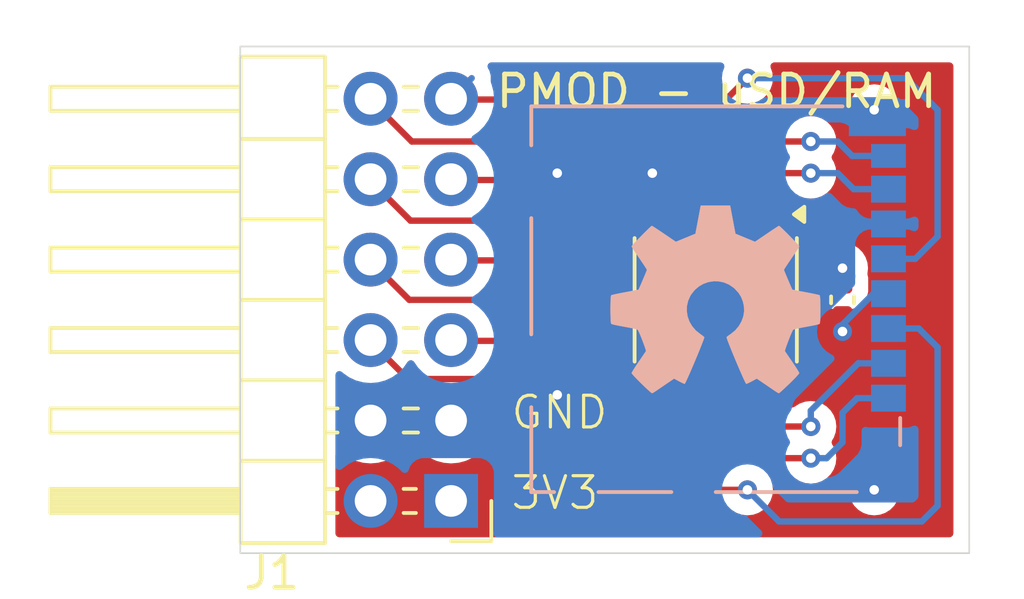
<source format=kicad_pcb>
(kicad_pcb (version 20240108) (generator "pcbnew") (generator_version "8.0")
  (layers (0 "F.Cu" signal) (31 "B.Cu" signal) (34 "B.Paste" user) (35 "F.Paste" user) (36 "B.SilkS" user "B.Silkscreen") (37 "F.SilkS" user "F.Silkscreen") (38 "B.Mask" user) (39 "F.Mask" user) (44 "Edge.Cuts" user))
  (net 0 "")
  (net 1 "GND")
  (net 2 "+3.3V")
  (net 3 "/SIO3")
  (net 4 "/SD_CLK")
  (net 5 "/SIO0")
  (net 6 "/SD_CMD")
  (net 7 "/RAM_CE_B")
  (net 8 "/SIO1")
  (net 9 "/SIO2")
  (net 10 "/RAM_CLK")
  (footprint "Connector_PinHeader_2.54mm:PinHeader_2x06_P2.54mm_Horizontal" (layer "F.Cu") (at 155.65 106.35 180)
    (property "Reference" "J1" (at 5.655 -2.27 180) (layer "F.SilkS"))
    (property "Value" "Conn_02x06_Odd_Even")
    (fp_line (start 12.64 13.08) (end 6.64 13.08) (stroke (width 0.12)) (layer "F.SilkS"))
    (fp_line (start 12.64 12.32) (end 12.64 13.08) (stroke (width 0.12)) (layer "F.SilkS"))
    (fp_line (start 12.64 10.54) (end 6.64 10.54) (stroke (width 0.12)) (layer "F.SilkS"))
    (fp_line (start 12.64 9.78) (end 12.64 10.54) (stroke (width 0.12)) (layer "F.SilkS"))
    (fp_line (start 12.64 8) (end 6.64 8) (stroke (width 0.12)) (layer "F.SilkS"))
    (fp_line (start 12.64 7.24) (end 12.64 8) (stroke (width 0.12)) (layer "F.SilkS"))
    (fp_line (start 12.64 5.46) (end 6.64 5.46) (stroke (width 0.12)) (layer "F.SilkS"))
    (fp_line (start 12.64 4.7) (end 12.64 5.46) (stroke (width 0.12)) (layer "F.SilkS"))
    (fp_line (start 12.64 2.92) (end 6.64 2.92) (stroke (width 0.12)) (layer "F.SilkS"))
    (fp_line (start 12.64 2.16) (end 12.64 2.92) (stroke (width 0.12)) (layer "F.SilkS"))
    (fp_line (start 12.64 0.38) (end 6.64 0.38) (stroke (width 0.12)) (layer "F.SilkS"))
    (fp_line (start 12.64 -0.38) (end 12.64 0.38) (stroke (width 0.12)) (layer "F.SilkS"))
    (fp_line (start 6.64 14.03) (end 6.64 -1.33) (stroke (width 0.12)) (layer "F.SilkS"))
    (fp_line (start 6.64 12.32) (end 12.64 12.32) (stroke (width 0.12)) (layer "F.SilkS"))
    (fp_line (start 6.64 9.78) (end 12.64 9.78) (stroke (width 0.12)) (layer "F.SilkS"))
    (fp_line (start 6.64 7.24) (end 12.64 7.24) (stroke (width 0.12)) (layer "F.SilkS"))
    (fp_line (start 6.64 4.7) (end 12.64 4.7) (stroke (width 0.12)) (layer "F.SilkS"))
    (fp_line (start 6.64 2.16) (end 12.64 2.16) (stroke (width 0.12)) (layer "F.SilkS"))
    (fp_line (start 6.64 0.28) (end 12.64 0.28) (stroke (width 0.12)) (layer "F.SilkS"))
    (fp_line (start 6.64 0.16) (end 12.64 0.16) (stroke (width 0.12)) (layer "F.SilkS"))
    (fp_line (start 6.64 0.04) (end 12.64 0.04) (stroke (width 0.12)) (layer "F.SilkS"))
    (fp_line (start 6.64 -0.08) (end 12.64 -0.08) (stroke (width 0.12)) (layer "F.SilkS"))
    (fp_line (start 6.64 -0.2) (end 12.64 -0.2) (stroke (width 0.12)) (layer "F.SilkS"))
    (fp_line (start 6.64 -0.32) (end 12.64 -0.32) (stroke (width 0.12)) (layer "F.SilkS"))
    (fp_line (start 6.64 -0.38) (end 12.64 -0.38) (stroke (width 0.12)) (layer "F.SilkS"))
    (fp_line (start 6.64 -1.33) (end 3.98 -1.33) (stroke (width 0.12)) (layer "F.SilkS"))
    (fp_line (start 3.98 14.03) (end 6.64 14.03) (stroke (width 0.12)) (layer "F.SilkS"))
    (fp_line (start 3.98 11.43) (end 6.64 11.43) (stroke (width 0.12)) (layer "F.SilkS"))
    (fp_line (start 3.98 8.89) (end 6.64 8.89) (stroke (width 0.12)) (layer "F.SilkS"))
    (fp_line (start 3.98 6.35) (end 6.64 6.35) (stroke (width 0.12)) (layer "F.SilkS"))
    (fp_line (start 3.98 3.81) (end 6.64 3.81) (stroke (width 0.12)) (layer "F.SilkS"))
    (fp_line (start 3.98 1.27) (end 6.64 1.27) (stroke (width 0.12)) (layer "F.SilkS"))
    (fp_line (start 3.98 -1.33) (end 3.98 14.03) (stroke (width 0.12)) (layer "F.SilkS"))
    (fp_line (start 3.582929 13.08) (end 3.98 13.08) (stroke (width 0.12)) (layer "F.SilkS"))
    (fp_line (start 3.582929 12.32) (end 3.98 12.32) (stroke (width 0.12)) (layer "F.SilkS"))
    (fp_line (start 3.582929 10.54) (end 3.98 10.54) (stroke (width 0.12)) (layer "F.SilkS"))
    (fp_line (start 3.582929 9.78) (end 3.98 9.78) (stroke (width 0.12)) (layer "F.SilkS"))
    (fp_line (start 3.582929 8) (end 3.98 8) (stroke (width 0.12)) (layer "F.SilkS"))
    (fp_line (start 3.582929 7.24) (end 3.98 7.24) (stroke (width 0.12)) (layer "F.SilkS"))
    (fp_line (start 3.582929 5.46) (end 3.98 5.46) (stroke (width 0.12)) (layer "F.SilkS"))
    (fp_line (start 3.582929 4.7) (end 3.98 4.7) (stroke (width 0.12)) (layer "F.SilkS"))
    (fp_line (start 3.582929 2.92) (end 3.98 2.92) (stroke (width 0.12)) (layer "F.SilkS"))
    (fp_line (start 3.582929 2.16) (end 3.98 2.16) (stroke (width 0.12)) (layer "F.SilkS"))
    (fp_line (start 3.582929 0.38) (end 3.98 0.38) (stroke (width 0.12)) (layer "F.SilkS"))
    (fp_line (start 3.582929 -0.38) (end 3.98 -0.38) (stroke (width 0.12)) (layer "F.SilkS"))
    (fp_line (start 1.11 0.38) (end 1.497071 0.38) (stroke (width 0.12)) (layer "F.SilkS"))
    (fp_line (start 1.11 -0.38) (end 1.497071 -0.38) (stroke (width 0.12)) (layer "F.SilkS"))
    (fp_line (start 1.042929 13.08) (end 1.497071 13.08) (stroke (width 0.12)) (layer "F.SilkS"))
    (fp_line (start 1.042929 12.32) (end 1.497071 12.32) (stroke (width 0.12)) (layer "F.SilkS"))
    (fp_line (start 1.042929 10.54) (end 1.497071 10.54) (stroke (width 0.12)) (layer "F.SilkS"))
    (fp_line (start 1.042929 9.78) (end 1.497071 9.78) (stroke (width 0.12)) (layer "F.SilkS"))
    (fp_line (start 1.042929 8) (end 1.497071 8) (stroke (width 0.12)) (layer "F.SilkS"))
    (fp_line (start 1.042929 7.24) (end 1.497071 7.24) (stroke (width 0.12)) (layer "F.SilkS"))
    (fp_line (start 1.042929 5.46) (end 1.497071 5.46) (stroke (width 0.12)) (layer "F.SilkS"))
    (fp_line (start 1.042929 4.7) (end 1.497071 4.7) (stroke (width 0.12)) (layer "F.SilkS"))
    (fp_line (start 1.042929 2.92) (end 1.497071 2.92) (stroke (width 0.12)) (layer "F.SilkS"))
    (fp_line (start 1.042929 2.16) (end 1.497071 2.16) (stroke (width 0.12)) (layer "F.SilkS"))
    (fp_line (start -1.27 0) (end -1.27 -1.27) (stroke (width 0.12)) (layer "F.SilkS"))
    (fp_line (start -1.27 -1.27) (end 0 -1.27) (stroke (width 0.12)) (layer "F.SilkS"))
    (pad "1" thru_hole rect (at 0 0 180) (size 1.7 1.7) (drill 1) (layers "*.Cu" "*.Mask") (net 2 "+3.3V"))
    (pad "2" thru_hole oval (at 2.54 0 180) (size 1.7 1.7) (drill 1) (layers "*.Cu" "*.Mask") (net 2 "+3.3V"))
    (pad "3" thru_hole oval (at 0 2.54 180) (size 1.7 1.7) (drill 1) (layers "*.Cu" "*.Mask") (net 1 "GND"))
    (pad "4" thru_hole oval (at 2.54 2.54 180) (size 1.7 1.7) (drill 1) (layers "*.Cu" "*.Mask") (net 1 "GND"))
    (pad "5" thru_hole oval (at 0 5.08 180) (size 1.7 1.7) (drill 1) (layers "*.Cu" "*.Mask") (net 8 "/SIO1"))
    (pad "6" thru_hole oval (at 2.54 5.08 180) (size 1.7 1.7) (drill 1) (layers "*.Cu" "*.Mask") (net 6 "/SD_CMD"))
    (pad "7" thru_hole oval (at 0 7.62 180) (size 1.7 1.7) (drill 1) (layers "*.Cu" "*.Mask") (net 3 "/SIO3"))
    (pad "8" thru_hole oval (at 2.54 7.62 180) (size 1.7 1.7) (drill 1) (layers "*.Cu" "*.Mask") (net 10 "/RAM_CLK"))
    (pad "9" thru_hole oval (at 0 10.16 180) (size 1.7 1.7) (drill 1) (layers "*.Cu" "*.Mask") (net 5 "/SIO0"))
    (pad "10" thru_hole oval (at 2.54 10.16 180) (size 1.7 1.7) (drill 1) (layers "*.Cu" "*.Mask") (net 7 "/RAM_CE_B"))
    (pad "11" thru_hole oval (at 0 12.7 180) (size 1.7 1.7) (drill 1) (layers "*.Cu" "*.Mask") (net 4 "/SD_CLK"))
    (pad "12" thru_hole oval (at 2.54 12.7 180) (size 1.7 1.7) (drill 1) (layers "*.Cu" "*.Mask") (net 9 "/SIO2"))
  )
  (footprint "Capacitor_SMD:C_0402_1005Metric" (layer "F.Cu") (at 168 100 90)
    (property "Reference" "C1" (hide yes))
    (property "Value" "C")
    (fp_line (start -0.107836 -0.36) (end 0.107836 -0.36) (stroke (width 0.12)) (layer "F.SilkS"))
    (fp_line (start -0.107836 0.36) (end 0.107836 0.36) (stroke (width 0.12)) (layer "F.SilkS"))
    (pad "1" smd roundrect (at -0.48 0 90) (size 0.56 0.62) (layers "F.Cu" "F.Paste" "F.Mask") (net 2 "+3.3V"))
    (pad "2" smd roundrect (at 0.48 0 90) (size 0.56 0.62) (layers "F.Cu" "F.Paste" "F.Mask") (net 1 "GND"))
  )
  (footprint "Package_SO:SOIC-8_3.9x4.9mm_P1.27mm" (layer "F.Cu") (at 164 100 -90)
    (property "Reference" "U1" (hide yes))
    (property "Value" "ESP-PSRAM64H")
    (fp_line (start 0 2.56) (end -1.95 2.56) (stroke (width 0.12)) (layer "F.SilkS"))
    (fp_line (start 0 2.56) (end 1.95 2.56) (stroke (width 0.12)) (layer "F.SilkS"))
    (fp_line (start 0 -2.56) (end -1.95 -2.56) (stroke (width 0.12)) (layer "F.SilkS"))
    (fp_line (start 0 -2.56) (end 1.95 -2.56) (stroke (width 0.12)) (layer "F.SilkS"))
    (fp_poly (pts (xy -2.7 -2.465) (xy -2.94 -2.795) (xy -2.46 -2.795) (xy -2.7 -2.465)) (stroke (width 0.12)) (fill solid) (layer "F.SilkS"))
    (pad "1" smd roundrect (at -2.475 -1.905 270) (size 1.95 0.6) (layers "F.Cu" "F.Paste" "F.Mask") (net 7 "/RAM_CE_B"))
    (pad "2" smd roundrect (at -2.475 -0.635 270) (size 1.95 0.6) (layers "F.Cu" "F.Paste" "F.Mask") (net 5 "/SIO0"))
    (pad "3" smd roundrect (at -2.475 0.635 270) (size 1.95 0.6) (layers "F.Cu" "F.Paste" "F.Mask") (net 9 "/SIO2"))
    (pad "4" smd roundrect (at -2.475 1.905 270) (size 1.95 0.6) (layers "F.Cu" "F.Paste" "F.Mask") (net 1 "GND"))
    (pad "5" smd roundrect (at 2.475 1.905 270) (size 1.95 0.6) (layers "F.Cu" "F.Paste" "F.Mask") (net 8 "/SIO1"))
    (pad "6" smd roundrect (at 2.475 0.635 270) (size 1.95 0.6) (layers "F.Cu" "F.Paste" "F.Mask") (net 10 "/RAM_CLK"))
    (pad "7" smd roundrect (at 2.475 -0.635 270) (size 1.95 0.6) (layers "F.Cu" "F.Paste" "F.Mask") (net 3 "/SIO3"))
    (pad "8" smd roundrect (at 2.475 -1.905 270) (size 1.95 0.6) (layers "F.Cu" "F.Paste" "F.Mask") (net 2 "+3.3V"))
  )
  (footprint "Connector_Card:microSD_HC_Molex_104031-0811" (layer "B.Cu") (at 164 100 90)
    (property "Reference" "J2" (hide yes))
    (property "Value" "Micro_SD_Card_Det2")
    (fp_line (start 6.11 -5.82) (end 4.88 -5.82) (stroke (width 0.12)) (layer "B.SilkS"))
    (fp_line (start 2.58 -5.82) (end -1.09 -5.82) (stroke (width 0.12)) (layer "B.SilkS"))
    (fp_line (start -3.39 -5.82) (end -6.07 -5.82) (stroke (width 0.12)) (layer "B.SilkS"))
    (fp_line (start -6.07 -5.82) (end -6.07 -5.1) (stroke (width 0.12)) (layer "B.SilkS"))
    (fp_line (start -6.07 -3.7) (end -6.07 -1.4) (stroke (width 0.12)) (layer "B.SilkS"))
    (fp_line (start -6.07 0) (end -6.07 4.45) (stroke (width 0.12)) (layer "B.SilkS"))
    (fp_line (start 6.11 4) (end 6.11 -5.82) (stroke (width 0.12)) (layer "B.SilkS"))
    (fp_line (start -3.73 5.82) (end -4.59 5.82) (stroke (width 0.12)) (layer "B.SilkS"))
    (pad "1" smd rect (at -3.105 5.45 90) (size 0.85 1.1) (layers "B.Cu" "B.Paste" "B.Mask") (net 8 "/SIO1"))
    (pad "2" smd rect (at -2.005 5.45 90) (size 0.85 1.1) (layers "B.Cu" "B.Paste" "B.Mask") (net 3 "/SIO3"))
    (pad "3" smd rect (at -0.905 5.45 90) (size 0.85 1.1) (layers "B.Cu" "B.Paste" "B.Mask") (net 6 "/SD_CMD"))
    (pad "4" smd rect (at 0.195 5.45 90) (size 0.85 1.1) (layers "B.Cu" "B.Paste" "B.Mask") (net 2 "+3.3V"))
    (pad "5" smd rect (at 1.295 5.45 90) (size 0.85 1.1) (layers "B.Cu" "B.Paste" "B.Mask") (net 4 "/SD_CLK"))
    (pad "6" smd rect (at 2.395 5.45 90) (size 0.85 1.1) (layers "B.Cu" "B.Paste" "B.Mask") (net 1 "GND"))
    (pad "7" smd rect (at 3.495 5.45 90) (size 0.85 1.1) (layers "B.Cu" "B.Paste" "B.Mask") (net 5 "/SIO0"))
    (pad "8" smd rect (at 4.545 5.45 90) (size 0.75 1.1) (layers "B.Cu" "B.Paste" "B.Mask") (net 9 "/SIO2"))
    (pad "9" smd rect (at -5.74 -0.7 90) (size 1.2 1) (layers "B.Cu" "B.Paste" "B.Mask") (net 1 "GND"))
    (pad "10" smd rect (at -5.74 -4.4 90) (size 1.2 1) (layers "B.Cu" "B.Paste" "B.Mask") (net 1 "GND"))
    (pad "11" smd rect (at -5.565 5.325 90) (size 1.55 1.35) (layers "B.Cu" "B.Paste" "B.Mask") (net 1 "GND"))
    (pad "11" smd rect (at -2.24 -5.375 90) (size 1.9 1.35) (layers "B.Cu" "B.Paste" "B.Mask") (net 1 "GND"))
    (pad "11" smd rect (at 3.73 -5.375 90) (size 1.9 1.35) (layers "B.Cu" "B.Paste" "B.Mask") (net 1 "GND"))
    (pad "11" smd rect (at 5.755 5.1 90) (size 1.17 1.8) (layers "B.Cu" "B.Paste" "B.Mask") (net 1 "GND"))
  )
  (footprint "Symbol:OSHW-Symbol_6.7x6mm_SilkScreen" (layer "B.Cu") (at 164 100 180)
    (property "Reference" "REF**" (hide yes))
    (property "Value" "OSHW-Symbol_6.7x6mm_SilkScreen" (hide yes))
    (fp_poly (pts (xy 0.555814 2.531069) (xy 0.639635 2.086445) (xy 0.94892 1.958947) (xy 1.258206 1.831449) (xy 1.629246 2.083754) (xy 1.733157 2.154004) (xy 1.827087 2.216728) (xy 1.906652 2.269062) (xy 1.96747 2.308143) (xy 2.005157 2.331107) (xy 2.015421 2.336058) (xy 2.03391 2.323324) (xy 2.07342 2.288118) (xy 2.129522 2.234938) (xy 2.197787 2.168282) (xy 2.273786 2.092646) (xy 2.353092 2.012528) (xy 2.431275 1.932426) (xy 2.503907 1.856836) (xy 2.566559 1.790255) (xy 2.614803 1.737182) (xy 2.64421 1.702113) (xy 2.651241 1.690377) (xy 2.641123 1.66874) (xy 2.612759 1.621338) (xy 2.569129 1.552807) (xy 2.513218 1.467785) (xy 2.448006 1.370907) (xy 2.410219 1.31565) (xy 2.341343 1.214752) (xy 2.28014 1.123701) (xy 2.229578 1.04703) (xy 2.192628 0.989272) (xy 2.172258 0.954957) (xy 2.169197 0.947746) (xy 2.176136 0.927252) (xy 2.195051 0.879487) (xy 2.223087 0.811168) (xy 2.257391 0.729011) (xy 2.295109 0.63973) (xy 2.333387 0.550042) (xy 2.36937 0.466662) (xy 2.400206 0.396306) (xy 2.423039 0.34569) (xy 2.435017 0.321529) (xy 2.435724 0.320578) (xy 2.454531 0.315964) (xy 2.504618 0.305672) (xy 2.580793 0.290713) (xy 2.677865 0.272099) (xy 2.790643 0.250841) (xy 2.856442 0.238582) (xy 2.97695 0.215638) (xy 3.085797 0.193805) (xy 3.177476 0.174278) (xy 3.246481 0.158252) (xy 3.287304 0.146921) (xy 3.295511 0.143326) (xy 3.303548 0.118994) (xy 3.310033 0.064041) (xy 3.31497 -0.015108) (xy 3.318364 -0.112026) (xy 3.320218 -0.220287) (xy 3.320538 -0.333465) (xy 3.319327 -0.445135) (xy 3.31659 -0.548868) (xy 3.312331 -0.638241) (xy 3.306555 -0.706826) (xy 3.299267 -0.748197) (xy 3.294895 -0.75681) (xy 3.268764 -0.767133) (xy 3.213393 -0.781892) (xy 3.136107 -0.799352) (xy 3.04423 -0.81778) (xy 3.012158 -0.823741) (xy 2.857524 -0.852066) (xy 2.735375 -0.874876) (xy 2.641673 -0.89308) (xy 2.572384 -0.907583) (xy 2.523471 -0.919292) (xy 2.490897 -0.929115) (xy 2.470628 -0.937956) (xy 2.458626 -0.946724) (xy 2.456947 -0.948457) (xy 2.440184 -0.976371) (xy 2.414614 -1.030695) (xy 2.382788 -1.104777) (xy 2.34726 -1.191965) (xy 2.310583 -1.285608) (xy 2.275311 -1.379052) (xy 2.243996 -1.465647) (xy 2.219193 -1.53874) (xy 2.203454 -1.591678) (xy 2.199332 -1.617811) (xy 2.199676 -1.618726) (xy 2.213641 -1.640086) (xy 2.245322 -1.687084) (xy 2.291391 -1.754827) (xy 2.348518 -1.838423) (xy 2.413373 -1.932982) (xy 2.431843 -1.959854) (xy 2.497699 -2.057275) (xy 2.55565 -2.146163) (xy 2.602538 -2.221412) (xy 2.635207 -2.27792) (xy 2.6505 -2.310581) (xy 2.651241 -2.314593) (xy 2.638392 -2.335684) (xy 2.602888 -2.377464) (xy 2.549293 -2.435445) (xy 2.482171 -2.505135) (xy 2.406087 -2.582045) (xy 2.325604 -2.661683) (xy 2.245287 -2.739561) (xy 2.169699 -2.811186) (xy 2.103405 -2.87207) (xy 2.050969 -2.917721) (xy 2.016955 -2.94365) (xy 2.007545 -2.947883) (xy 1.985643 -2.937912) (xy 1.9408 -2.91102) (xy 1.880321 -2.871736) (xy 1.833789 -2.840117) (xy 1.749475 -2.782098) (xy 1.649626 -2.713784) (xy 1.549473 -2.645579) (xy 1.495627 -2.609075) (xy 1.313371 -2.4858) (xy 1.160381 -2.56852) (xy 1.090682 -2.604759) (xy 1.031414 -2.632926) (xy 0.991311 -2.648991) (xy 0.981103 -2.651226) (xy 0.968829 -2.634722) (xy 0.944613 -2.588082) (xy 0.910263 -2.515609) (xy 0.867588 -2.421606) (xy 0.818394 -2.310374) (xy 0.76449 -2.186215) (xy 0.707684 -2.053432) (xy 0.649782 -1.916327) (xy 0.592593 -1.779202) (xy 0.537924 -1.646358) (xy 0.487584 -1.522098) (xy 0.44338 -1.410725) (xy 0.407119 -1.316539) (xy 0.380609 -1.243844) (xy 0.365658 -1.196941) (xy 0.363254 -1.180833) (xy 0.382311 -1.160286) (xy 0.424036 -1.126933) (xy 0.479706 -1.087702) (xy 0.484378 -1.084599) (xy 0.628264 -0.969423) (xy 0.744283 -0.835053) (xy 0.83143 -0.685784) (xy 0.888699 -0.525913) (xy 0.915086 -0.359737) (xy 0.909585 -0.191552) (xy 0.87119 -0.025655) (xy 0.798895 0.133658) (xy 0.777626 0.168513) (xy 0.666996 0.309263) (xy 0.536302 0.422286) (xy 0.390064 0.506997) (xy 0.232808 0.562806) (xy 0.069057 0.589126) (xy -0.096667 0.58537) (xy -0.259838 0.55095) (xy -0.415935 0.485277) (xy -0.560433 0.387765) (xy -0.605131 0.348187) (xy -0.718888 0.224297) (xy -0.801782 0.093876) (xy -0.858644 -0.052315) (xy -0.890313 -0.197088) (xy -0.898131 -0.35986) (xy -0.872062 -0.52344) (xy -0.814755 -0.682298) (xy -0.728856 -0.830906) (xy -0.617014 -0.963735) (xy -0.481877 -1.075256) (xy -0.464117 -1.087011) (xy -0.40785 -1.125508) (xy -0.365077 -1.158863) (xy -0.344628 -1.18016) (xy -0.344331 -1.180833) (xy -0.348721 -1.203871) (xy -0.366124 -1.256157) (xy -0.394732 -1.33339) (xy -0.432735 -1.431268) (xy -0.478326 -1.545491) (xy -0.529697 -1.671758) (xy -0.585038 -1.805767) (xy -0.642542 -1.943218) (xy -0.700399 -2.079808) (xy -0.756802 -2.211237) (xy -0.809942 -2.333205) (xy -0.85801 -2.441409) (xy -0.899199 -2.531549) (xy -0.931699 -2.599323) (xy -0.953703 -2.64043) (xy -0.962564 -2.651226) (xy -0.98964 -2.642819) (xy -1.040303 -2.620272) (xy -1.105817 -2.587613) (xy -1.141841 -2.56852) (xy -1.294832 -2.4858) (xy -1.477088 -2.609075) (xy -1.570125 -2.672228) (xy -1.671985 -2.741727) (xy -1.767438 -2.807165) (xy -1.81525 -2.840117) (xy -1.882495 -2.885273) (xy -1.939436 -2.921057) (xy -1.978646 -2.942938) (xy -1.991381 -2.947563) (xy -2.009917 -2.935085) (xy -2.050941 -2.900252) (xy -2.110475 -2.846678) (xy -2.184542 -2.777983) (xy -2.269165 -2.697781) (xy -2.322685 -2.646286) (xy -2.416319 -2.554286) (xy -2.497241 -2.471999) (xy -2.562177 -2.402945) (xy -2.607858 -2.350644) (xy -2.631011 -2.318616) (xy -2.633232 -2.312116) (xy -2.622924 -2.287394) (xy -2.594439 -2.237405) (xy -2.550937 -2.167212) (xy -2.495577 -2.081875) (xy -2.43152 -1.986456) (xy -2.413303 -1.959854) (xy -2.346927 -1.863167) (xy -2.287378 -1.776117) (xy -2.237984 -1.703595) (xy -2.202075 -1.650493) (xy -2.182981 -1.621703) (xy -2.181136 -1.618726) (xy -2.183895 -1.595782) (xy -2.198538 -1.545336) (xy -2.222513 -1.474041) (xy -2.253266 -1.388547) (xy -2.288244 -1.295507) (xy -2.324893 -1.201574) (xy -2.360661 -1.113399) (xy -2.392994 -1.037634) (xy -2.419338 -0.980931) (xy -2.437142 -0.949943) (xy -2.438407 -0.948457) (xy -2.449294 -0.939601) (xy -2.467682 -0.930843) (xy -2.497606 -0.921277) (xy -2.543103 -0.909996) (xy -2.608209 -0.896093) (xy -2.696961 -0.878663) (xy -2.813393 -0.856798) (xy -2.961542 -0.829591) (xy -2.993618 -0.823741) (xy -3.088686 -0.805374) (xy -3.171565 -0.787405) (xy -3.23493 -0.771569) (xy -3.271458 -0.7596) (xy -3.276356 -0.75681) (xy -3.284427 -0.732072) (xy -3.290987 -0.67679) (xy -3.296033 -0.597389) (xy -3.299559 -0.500296) (xy -3.301561 -0.391938) (xy -3.302036 -0.27874) (xy -3.300977 -0.167128) (xy -3.298382 -0.063529) (xy -3.294246 0.025632) (xy -3.288563 0.093928) (xy -3.281331 0.134934) (xy -3.276971 0.143326) (xy -3.252698 0.151792) (xy -3.197426 0.165565) (xy -3.116662 0.18345) (xy -3.015912 0.204252) (xy -2.900683 0.226777) (xy -2.837902 0.238582) (xy -2.718787 0.260849) (xy -2.612565 0.281021) (xy -2.524427 0.298085) (xy -2.459566 0.311031) (xy -2.423174 0.318845) (xy -2.417184 0.320578) (xy -2.407061 0.34011) (xy -2.385662 0.387157) (xy -2.355839 0.454997) (xy -2.320445 0.536909) (xy -2.282332 0.626172) (xy -2.244353 0.716065) (xy -2.20936 0.799865) (xy -2.180206 0.870853) (xy -2.159743 0.922306) (xy -2.150823 0.947503) (xy -2.150657 0.948604) (xy -2.160769 0.968481) (xy -2.189117 1.014223) (xy -2.232723 1.081283) (xy -2.288606 1.165116) (xy -2.353787 1.261174) (xy -2.391679 1.31635) (xy -2.460725 1.417519) (xy -2.52205 1.50937) (xy -2.572663 1.587256) (xy -2.609571 1.646531) (xy -2.629782 1.682549) (xy -2.632701 1.690623) (xy -2.620153 1.709416) (xy -2.585463 1.749543) (xy -2.533063 1.806507) (xy -2.467384 1.875815) (xy -2.392856 1.952969) (xy -2.313913 2.033475) (xy -2.234983 2.112837) (xy -2.1605 2.18656) (xy -2.094894 2.250148) (xy -2.042596 2.299106) (xy -2.008039 2.328939) (xy -1.996478 2.336058) (xy -1.977654 2.326047) (xy -1.932631 2.297922) (xy -1.865787 2.254546) (xy -1.781499 2.198782) (xy -1.684144 2.133494) (xy -1.610707 2.083754) (xy -1.239667 1.831449) (xy -0.621095 2.086445) (xy -0.537275 2.531069) (xy -0.453454 2.975693) (xy 0.471994 2.975693) (xy 0.555814 2.531069)) (stroke (width 0.01)) (fill solid) (layer "B.SilkS"))
  )
  (gr_rect (start 149 92) (end 172 108) (stroke (width 0.05)) (fill none) (layer "Edge.Cuts"))
  (gr_text "3V3" (at 157.48 106.68 0) (layer "F.SilkS") (effects (font (size 1 1) (thickness 0.1)) (justify left bottom)))
  (gr_text "PMOD - uSD/RAM" (at 157 94 0) (layer "F.SilkS") (effects (font (size 1 1)) (justify left bottom)))
  (gr_text "GND" (at 157.48 104.14 0) (layer "F.SilkS") (effects (font (size 1 1) (thickness 0.1)) (justify left bottom)))
  (segment (start 162.095 96.095) (end 162 96) (width 0.2) (layer "F.Cu") (net 1))
  (segment (start 162.095 97.525) (end 162.095 96.095) (width 0.2) (layer "F.Cu") (net 1))
  (segment (start 168 99.52) (end 168 99) (width 0.2) (layer "F.Cu") (net 1))
  (via (at 159 103) (size 0.6) (drill 0.3) (layers "F.Cu" "B.Cu") (net 1))
  (via (at 169 106) (size 0.6) (drill 0.3) (layers "F.Cu" "B.Cu") (net 1))
  (via (at 169 94) (size 0.6) (drill 0.3) (layers "F.Cu" "B.Cu") (net 1))
  (via (at 168 99) (size 0.6) (drill 0.3) (layers "F.Cu" "B.Cu") (net 1))
  (via (at 159 96) (size 0.6) (drill 0.3) (layers "F.Cu" "B.Cu") (net 1))
  (via (at 162 96) (size 0.6) (drill 0.3) (layers "F.Cu" "B.Cu") (net 1))
  (segment (start 165.905 102.475) (end 165.905 101.095) (width 0.2) (layer "F.Cu") (net 2))
  (segment (start 168 101) (end 166 101) (width 0.2) (layer "F.Cu") (net 2))
  (segment (start 165.905 101.095) (end 166 101) (width 0.2) (layer "F.Cu") (net 2))
  (via (at 168 101) (size 0.6) (drill 0.3) (layers "F.Cu" "B.Cu") (net 2))
  (segment (start 168 101) (end 168 100.78) (width 0.2) (layer "B.Cu") (net 2))
  (segment (start 168.975 99.805) (end 169.45 99.805) (width 0.2) (layer "B.Cu") (net 2))
  (segment (start 168 100.78) (end 168.975 99.805) (width 0.2) (layer "B.Cu") (net 2))
  (segment (start 163.534999 100.4) (end 164.635 101.500001) (width 0.2) (layer "F.Cu") (net 3))
  (segment (start 159.4 100.4) (end 163.534999 100.4) (width 0.2) (layer "F.Cu") (net 3))
  (segment (start 155.625 98.755) (end 157.755 98.755) (width 0.2) (layer "F.Cu") (net 3))
  (segment (start 164.635 103.635) (end 164.635 102.475) (width 0.2) (layer "F.Cu") (net 3))
  (segment (start 164.635 101.500001) (end 164.635 102.475) (width 0.2) (layer "F.Cu") (net 3))
  (segment (start 167 104) (end 165 104) (width 0.2) (layer "F.Cu") (net 3))
  (segment (start 165 104) (end 164.635 103.635) (width 0.2) (layer "F.Cu") (net 3))
  (segment (start 157.755 98.755) (end 159.4 100.4) (width 0.2) (layer "F.Cu") (net 3))
  (via (at 167 104) (size 0.6) (drill 0.3) (layers "F.Cu" "B.Cu") (net 3))
  (segment (start 167 103.5) (end 167 104) (width 0.2) (layer "B.Cu") (net 3))
  (segment (start 169.45 102.005) (end 168.505 102.005) (width 0.2) (layer "B.Cu") (net 3))
  (segment (start 168.505 102.005) (end 168.5 102) (width 0.2) (layer "B.Cu") (net 3))
  (segment (start 168.5 102) (end 167 103.5) (width 0.2) (layer "B.Cu") (net 3))
  (segment (start 165 93) (end 164.325 93.675) (width 0.2) (layer "F.Cu") (net 4))
  (segment (start 164.325 93.675) (end 155.625 93.675) (width 0.2) (layer "F.Cu") (net 4))
  (via (at 165 93) (size 0.6) (drill 0.3) (layers "F.Cu" "B.Cu") (net 4))
  (segment (start 165 93) (end 170 93) (width 0.2) (layer "B.Cu") (net 4))
  (segment (start 171 98) (end 170.295 98.705) (width 0.2) (layer "B.Cu") (net 4))
  (segment (start 170 93) (end 171 94) (width 0.2) (layer "B.Cu") (net 4))
  (segment (start 170.295 98.705) (end 169.45 98.705) (width 0.2) (layer "B.Cu") (net 4))
  (segment (start 156.3 93) (end 155.625 93.675) (width 0.2) (layer "B.Cu") (net 4))
  (segment (start 171 94) (end 171 98) (width 0.2) (layer "B.Cu") (net 4))
  (segment (start 161 99) (end 158.215 96.215) (width 0.2) (layer "F.Cu") (net 5))
  (segment (start 164.635 97.525) (end 164.635 98.499999) (width 0.2) (layer "F.Cu") (net 5))
  (segment (start 158.215 96.215) (end 155.625 96.215) (width 0.2) (layer "F.Cu") (net 5))
  (segment (start 167 96) (end 165.185001 96) (width 0.2) (layer "F.Cu") (net 5))
  (segment (start 164.635 98.499999) (end 164.134999 99) (width 0.2) (layer "F.Cu") (net 5))
  (segment (start 165.185001 96) (end 164.635 96.550001) (width 0.2) (layer "F.Cu") (net 5))
  (segment (start 164.134999 99) (end 161 99) (width 0.2) (layer "F.Cu") (net 5))
  (segment (start 164.635 96.550001) (end 164.635 97.525) (width 0.2) (layer "F.Cu") (net 5))
  (via (at 167 96) (size 0.6) (drill 0.3) (layers "F.Cu" "B.Cu") (net 5))
  (segment (start 168.353529 96.505) (end 167.848529 96) (width 0.2) (layer "B.Cu") (net 5))
  (segment (start 169.45 96.505) (end 168.353529 96.505) (width 0.2) (layer "B.Cu") (net 5))
  (segment (start 167.848529 96) (end 167 96) (width 0.2) (layer "B.Cu") (net 5))
  (segment (start 165 106) (end 160.5 106) (width 0.2) (layer "F.Cu") (net 6))
  (segment (start 160.5 106) (end 157 102.5) (width 0.2) (layer "F.Cu") (net 6))
  (segment (start 154.29 102.5) (end 153.085 101.295) (width 0.2) (layer "F.Cu") (net 6))
  (segment (start 157 102.5) (end 154.29 102.5) (width 0.2) (layer "F.Cu") (net 6))
  (via (at 165 106) (size 0.6) (drill 0.3) (layers "F.Cu" "B.Cu") (net 6))
  (segment (start 171 106.5) (end 171 101.5) (width 0.2) (layer "B.Cu") (net 6))
  (segment (start 171 101.5) (end 170.405 100.905) (width 0.2) (layer "B.Cu") (net 6))
  (segment (start 165 106) (end 166 107) (width 0.2) (layer "B.Cu") (net 6))
  (segment (start 170.405 100.905) (end 169.45 100.905) (width 0.2) (layer "B.Cu") (net 6))
  (segment (start 170.5 107) (end 171 106.5) (width 0.2) (layer "B.Cu") (net 6))
  (segment (start 166 107) (end 170.5 107) (width 0.2) (layer "B.Cu") (net 6))
  (segment (start 158 97.5) (end 160.1 99.6) (width 0.2) (layer "F.Cu") (net 7))
  (segment (start 165.905 98.499999) (end 165.905 97.525) (width 0.2) (layer "F.Cu") (net 7))
  (segment (start 160.1 99.6) (end 164.804999 99.6) (width 0.2) (layer "F.Cu") (net 7))
  (segment (start 154.37 97.5) (end 158 97.5) (width 0.2) (layer "F.Cu") (net 7))
  (segment (start 153.085 96.215) (end 154.37 97.5) (width 0.2) (layer "F.Cu") (net 7))
  (segment (start 164.804999 99.6) (end 165.905 98.499999) (width 0.2) (layer "F.Cu") (net 7))
  (segment (start 167 105) (end 163 105) (width 0.2) (layer "F.Cu") (net 8))
  (segment (start 161 102) (end 161.475 102.475) (width 0.2) (layer "F.Cu") (net 8))
  (segment (start 161.475 102.475) (end 162.095 102.475) (width 0.2) (layer "F.Cu") (net 8))
  (segment (start 157.295 101.295) (end 158 102) (width 0.2) (layer "F.Cu") (net 8))
  (segment (start 158 102) (end 161 102) (width 0.2) (layer "F.Cu") (net 8))
  (segment (start 155.625 101.295) (end 157.295 101.295) (width 0.2) (layer "F.Cu") (net 8))
  (segment (start 162.095 104.095) (end 162.095 102.475) (width 0.2) (layer "F.Cu") (net 8))
  (segment (start 163 105) (end 162.095 104.095) (width 0.2) (layer "F.Cu") (net 8))
  (via (at 167 105) (size 0.6) (drill 0.3) (layers "F.Cu" "B.Cu") (net 8))
  (segment (start 167.5 105) (end 167 105) (width 0.2) (layer "B.Cu") (net 8))
  (segment (start 168 104.5) (end 167.5 105) (width 0.2) (layer "B.Cu") (net 8))
  (segment (start 169.45 103.105) (end 168.460686 103.105) (width 0.2) (layer "B.Cu") (net 8))
  (segment (start 168.460686 103.105) (end 168 103.565686) (width 0.2) (layer "B.Cu") (net 8))
  (segment (start 168 103.565686) (end 168 104.5) (width 0.2) (layer "B.Cu") (net 8))
  (segment (start 154.41 95) (end 153.085 93.675) (width 0.2) (layer "F.Cu") (net 9))
  (segment (start 163.365 95) (end 154.41 95) (width 0.2) (layer "F.Cu") (net 9))
  (segment (start 163.365 95) (end 163.365 97.525) (width 0.2) (layer "F.Cu") (net 9))
  (segment (start 167 95) (end 163.365 95) (width 0.2) (layer "F.Cu") (net 9))
  (via (at 167 95) (size 0.6) (drill 0.3) (layers "F.Cu" "B.Cu") (net 9))
  (segment (start 168.303529 95.455) (end 169.45 95.455) (width 0.2) (layer "B.Cu") (net 9))
  (segment (start 167.848529 95) (end 168.303529 95.455) (width 0.2) (layer "B.Cu") (net 9))
  (segment (start 167 95) (end 167.848529 95) (width 0.2) (layer "B.Cu") (net 9))
  (segment (start 154.33 100) (end 157.5 100) (width 0.2) (layer "F.Cu") (net 10))
  (segment (start 162.864999 101) (end 161.5 101) (width 0.2) (layer "F.Cu") (net 10))
  (segment (start 162.932499 101.067501) (end 162.864999 101) (width 0.2) (layer "F.Cu") (net 10))
  (segment (start 157.5 100) (end 158.5 101) (width 0.2) (layer "F.Cu") (net 10))
  (segment (start 153.085 98.755) (end 154.33 100) (width 0.2) (layer "F.Cu") (net 10))
  (segment (start 158.5 101) (end 161.5 101) (width 0.2) (layer "F.Cu") (net 10))
  (segment (start 163.365 102.475) (end 163.365 101.500001) (width 0.2) (layer "F.Cu") (net 10))
  (segment (start 163.365 101.500001) (end 162.932499 101.067501) (width 0.2) (layer "F.Cu") (net 10))
  (zone (net 2) (net_name "+3.3V") (layer "F.Cu") (connect_pads yes (clearance 0.5)) (min_thickness 0.25) (fill yes (thermal_gap 0.5) (thermal_bridge_width 0.5))
    (polygon (pts (xy 152 92) (xy 172 92) (xy 172 108) (xy 152 108)))
  )
  (zone (net 1) (net_name "GND") (layer "B.Cu") (priority 1) (connect_pads yes (clearance 0.5)) (min_thickness 0.25) (fill yes (thermal_gap 0.5) (thermal_bridge_width 0.5))
    (polygon (pts (xy 152 92) (xy 172 92) (xy 172 108) (xy 152 108)))
  )
)
</source>
